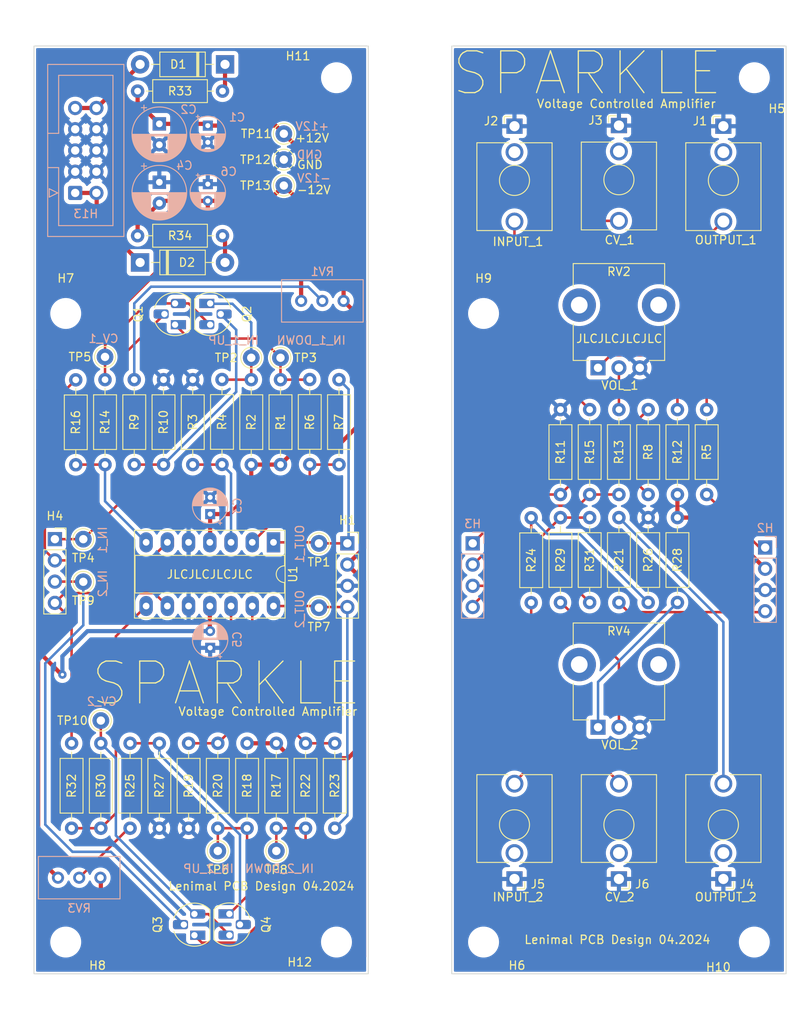
<source format=kicad_pcb>
(kicad_pcb (version 20240108) (generator "pcbnew") (generator_version "8.0")
  (layers (0 "F.Cu" signal) (31 "B.Cu" signal) (34 "B.Paste" user) (35 "F.Paste" user) (36 "B.SilkS" user "B.Silkscreen") (37 "F.SilkS" user "F.Silkscreen") (38 "B.Mask" user) (39 "F.Mask" user) (44 "Edge.Cuts" user))
  (net 0 "")
  (net 1 "+12V")
  (net 2 "GNDREF")
  (net 3 "-12V")
  (net 4 "Net-(H1A-Pin_1)")
  (net 5 "Net-(H1D-Pin_4)")
  (net 6 "Net-(H2A-Pin_1)")
  (net 7 "Net-(H2D-Pin_4)")
  (net 8 "Net-(U1D--)")
  (net 9 "Net-(H3B-Pin_2)")
  (net 10 "Net-(H3D-Pin_4)")
  (net 11 "Net-(H3C-Pin_3)")
  (net 12 "Net-(H3A-Pin_1)")
  (net 13 "Net-(J2-PadT)")
  (net 14 "Net-(J3-PadT)")
  (net 15 "Net-(J4-PadT)")
  (net 17 "Net-(J5-PadT)")
  (net 19 "Net-(J6-PadT)")
  (net 21 "Net-(J1-PadT)")
  (net 23 "Net-(Q1-C)")
  (net 24 "Net-(Q1-E)")
  (net 25 "Net-(Q2-B)")
  (net 26 "Net-(Q3-E)")
  (net 27 "Net-(Q3-C)")
  (net 28 "Net-(Q2-C)")
  (net 29 "Net-(Q4-B)")
  (net 30 "Net-(Q4-C)")
  (net 31 "Net-(R9-Pad2)")
  (net 32 "Net-(R12-Pad1)")
  (net 33 "Net-(U1A--)")
  (net 34 "Net-(U1A-+)")
  (net 35 "Net-(R13-Pad1)")
  (net 36 "Net-(R14-Pad1)")
  (net 37 "Net-(R25-Pad2)")
  (net 38 "Net-(R28-Pad1)")
  (net 39 "Net-(R29-Pad1)")
  (net 41 "Net-(R30-Pad1)")
  (net 43 "Net-(H4B-Pin_2)")
  (net 44 "Net-(H4D-Pin_4)")
  (net 45 "Net-(D1-K)")
  (net 46 "Net-(D1-A)")
  (net 47 "Net-(D2-K)")
  (net 48 "Net-(D2-A)")
  (net 49 "Net-(U1D-+)")
  (net 50 "Net-(H4A-Pin_1)")
  (net 51 "Net-(H4C-Pin_3)")
  (footprint "Synth:R_Default (DIN0207)" (layer "F.Cu") (at 113 93.5 -90)
    (property "Reference" "R11")
    (property "Value" "100")
  )
  (footprint "MountingHole:MountingHole_3.2mm_M3" (layer "F.Cu") (at 136.2 53.8)
    (property "Reference" "H5")
    (property "Value" "MountingHole")
  )
  (footprint "Synth:R_Default (DIN0207)" (layer "F.Cu") (at 58.5 100.08 90)
    (property "Reference" "R14")
    (property "Value" "10K")
  )
  (footprint "Synth:R_Default (DIN0207)" (layer "F.Cu") (at 86 143.58 90)
    (property "Reference" "R23")
    (property "Value" "100K 1%")
  )
  (footprint "Synth:Jack_3.5mm_QingPu_WQP-PJ398SM_Vertical_CircularHoles" (layer "F.Cu") (at 120 143.17 180)
    (property "Reference" "J6")
    (property "Value" "CV_2")
  )
  (footprint "Synth:R_Default (DIN0207)" (layer "F.Cu") (at 76 89.92 -90)
    (property "Reference" "R2")
    (property "Value" "20K 1%")
  )
  (footprint "Synth:R_Default (DIN0207)" (layer "F.Cu") (at 79.5 89.92 -90)
    (property "Reference" "R1")
    (property "Value" "20K 1%")
  )
  (footprint "Synth:R_Default (DIN0207)" (layer "F.Cu") (at 72.5 89.9 -90)
    (property "Reference" "R4")
    (property "Value" "10K 1%")
  )
  (footprint "Synth:R_Default (DIN0207)" (layer "F.Cu") (at 79 143.58 90)
    (property "Reference" "R17")
    (property "Value" "20K 1%")
  )
  (footprint "Synth:Jack_3.5mm_QingPu_WQP-PJ398SM_Vertical_CircularHoles" (layer "F.Cu") (at 120 66)
    (property "Reference" "J3")
    (property "Value" "CV_1")
  )
  (footprint "Synth:R_Default (DIN0207)" (layer "F.Cu") (at 113 116.58 90)
    (property "Reference" "R29")
    (property "Value" "100K")
  )
  (footprint "Synth:R_Default (DIN0207)" (layer "F.Cu") (at 123.5 106.42 -90)
    (property "Reference" "R26")
    (property "Value" "100")
  )
  (footprint "Synth:R_Default (DIN0207)" (layer "F.Cu") (at 72 143.58 90)
    (property "Reference" "R20")
    (property "Value" "10K 1%")
  )
  (footprint "Synth:R_Default (DIN0207)" (layer "F.Cu") (at 65.5 89.92 -90)
    (property "Reference" "R10")
    (property "Value" "100")
  )
  (footprint "Synth:R_Default (DIN0207)" (layer "F.Cu") (at 109.5 116.6 90)
    (property "Reference" "R24")
    (property "Value" "100K")
  )
  (footprint "MountingHole:MountingHole_3.2mm_M3" (layer "F.Cu") (at 136.2 157.2)
    (property "Reference" "H10")
    (property "Value" "MountingHole")
  )
  (footprint "Synth:PinSocket_1x04_P2.54mm_Vertical" (layer "F.Cu") (at 87.5 109.5)
    (property "Reference" "H1")
    (property "Value" "BTM_4_SGL_2")
  )
  (footprint "Synth:R_Default (DIN0207)" (layer "F.Cu") (at 68.5 143.58 90)
    (property "Reference" "R19")
    (property "Value" "100K 1%")
  )
  (footprint "Synth:R_Default (DIN0207)" (layer "F.Cu") (at 82.5 143.58 90)
    (property "Reference" "R22")
    (property "Value" "10K 1%")
  )
  (footprint "Synth:R_Default (DIN0207)" (layer "F.Cu") (at 55 100.1 90)
    (property "Reference" "R16")
    (property "Value" "82K")
  )
  (footprint "Connector_Pin:Pin_D1.0mm_L10.0mm" (layer "F.Cu") (at 79.5 87.3)
    (property "Reference" "TP3")
    (property "Value" "IN_1_DOWN")
  )
  (footprint "Synth:R_Default (DIN0207)" (layer "F.Cu") (at 61.5 133.42 -90)
    (property "Reference" "R25")
    (property "Value" "100K")
  )
  (footprint "Connector_Pin:Pin_D1.0mm_L10.0mm" (layer "F.Cu") (at 58 130.7)
    (property "Reference" "TP10")
    (property "Value" "CV_2")
  )
  (footprint "Synth:R_Default (DIN0207)" (layer "F.Cu") (at 130.5 103.66 90)
    (property "Reference" "R5")
    (property "Value" "1K")
  )
  (footprint "Synth:R_Default (DIN0207)" (layer "F.Cu") (at 62 100.08 90)
    (property "Reference" "R9")
    (property "Value" "100K")
  )
  (footprint "MountingHole:MountingHole_3.2mm_M3" (layer "F.Cu") (at 86.2 53.8)
    (property "Reference" "H11")
    (property "Value" "MountingHole")
  )
  (footprint "Synth:PinSocket_1x04_P2.54mm_Vertical" (layer "F.Cu") (at 52.5 109)
    (property "Reference" "H4")
    (property "Value" "BTM_4_SGL_1")
  )
  (footprint "Synth:Jack_3.5mm_QingPu_WQP-PJ398SM_Vertical_CircularHoles" (layer "F.Cu") (at 132.5 66.08)
    (property "Reference" "J1")
    (property "Value" "OUT_1")
  )
  (footprint "Synth:R_Default (DIN0207)" (layer "F.Cu") (at 69 89.92 -90)
    (property "Reference" "R3")
    (property "Value" "100K 1%")
  )
  (footprint "Connector_Pin:Pin_D1.0mm_L10.0mm" (layer "F.Cu") (at 55.9 109)
    (property "Reference" "TP4")
    (property "Value" "IN_1")
  )
  (footprint "Synth:R_Default (DIN0207)" (layer "F.Cu") (at 116.5 116.58 90)
    (property "Reference" "R31")
    (property "Value" "100K")
  )
  (footprint "Synth:D_DO-41_SOD81_P10.16mm_Horizontal" (layer "F.Cu") (at 62.7 75.9)
    (property "Reference" "D2")
    (property "Value" "1N5819")
  )
  (footprint "Package_TO_SOT_THT:TO-92_HandSolder" (layer "F.Cu") (at 71.08 80.8 -90)
    (property "Reference" "Q2")
    (property "Value" "BC548")
  )
  (footprint "Connector_Pin:Pin_D1.0mm_L10.0mm" (layer "F.Cu") (at 55.9 114.1)
    (property "Reference" "TP9")
    (property "Value" "IN_2")
  )
  (footprint "Synth:R_Default (DIN0207)" (layer "F.Cu") (at 65 143.58 90)
    (property "Reference" "R27")
    (property "Value" "100")
  )
  (footprint "Synth:R_Default (DIN0207)" (layer "F.Cu") (at 120 93.5 -90)
    (property "Reference" "R13")
    (property "Value" "100K")
  )
  (footprint "Connector_Pin:Pin_D1.0mm_L10.0mm" (layer "F.Cu") (at 84.1 109.5)
    (property "Reference" "TP1")
    (property "Value" "OUT_1")
  )
  (footprint "Synth:Jack_3.5mm_QingPu_WQP-PJ398SM_Vertical_CircularHoles" (layer "F.Cu") (at 107.5 143.17 180)
    (property "Reference" "J5")
    (property "Value" "IN_2")
  )
  (footprint "Synth:R_Default (DIN0207)" (layer "F.Cu") (at 127 116.58 90)
    (property "Reference" "R28")
    (property "Value" "20K")
  )
  (footprint "Connector_Pin:Pin_D1.0mm_L10.0mm" (layer "F.Cu") (at 72 146.3)
    (property "Reference" "TP6")
    (property "Value" "IN_2_UP")
  )
  (footprint "Synth:R_Default (DIN0207)" (layer "F.Cu") (at 54.5 133.42 -90)
    (property "Reference" "R32")
    (property "Value" "82K")
  )
  (footprint "Synth:R_Default (DIN0207)" (layer "F.Cu") (at 120 116.58 90)
    (property "Reference" "R21")
    (property "Value" "1K")
  )
  (footprint "MountingHole:MountingHole_3.2mm_M3" (layer "F.Cu") (at 86.2 157.2)
    (property "Reference" "H12")
    (property "Value" "MountingHole")
  )
  (footprint "MountingHole:MountingHole_3.2mm_M3" (layer "F.Cu") (at 53.8 82)
    (property "Reference" "H7")
    (property "Value" "MountingHole")
  )
  (footprint "Connector_Pin:Pin_D1.0mm_L10.0mm" (layer "F.Cu") (at 79.9 66.7)
    (property "Reference" "TP13")
    (property "Value" "-12V")
  )
  (footprint "Synth:R_Default (DIN0207)" (layer "F.Cu") (at 86.5 89.92 -90)
    (property "Reference" "R7")
    (property "Value" "100K 1%")
  )
  (footprint "Synth:R_Default (DIN0207)" (layer "F.Cu") (at 72.56 55.4 180)
    (property "Reference" "R33")
    (property "Value" "10")
  )
  (footprint "MountingHole:MountingHole_3.2mm_M3" (layer "F.Cu") (at 103.8 157.2)
    (property "Reference" "H6")
    (property "Value" "MountingHole")
  )
  (footprint "Connector_Pin:Pin_D1.0mm_L10.0mm" (layer "F.Cu") (at 79.9 63.6)
    (property "Reference" "TP12")
    (property "Value" "GND")
  )
  (footprint "Synth:R_Default (DIN0207)" (layer "F.Cu") (at 127 93.5 -90)
    (property "Reference" "R12")
    (property "Value" "20K")
  )
  (footprint "Synth:R_Default (DIN0207)" (layer "F.Cu") (at 72.56 72.7 180)
    (property "Reference" "R34")
    (property "Value" "10")
  )
  (footprint "Synth:D_DO-41_SOD81_P10.16mm_Horizontal" (layer "F.Cu") (at 72.86 52.2 180)
    (property "Reference" "D1")
    (property "Value" "1N5819")
  )
  (footprint "Synth:Potentiometer_TT_P0915N" (layer "F.Cu") (at 120 81)
    (property "Reference" "RV2")
    (property "Value" "100K")
  )
  (footprint "Synth:Jack_3.5mm_QingPu_WQP-PJ398SM_Vertical_CircularHoles" (layer "F.Cu") (at 132.5 143.17 180)
    (property "Reference" "J4")
    (property "Value" "OUT_2")
  )
  (footprint "Connector_Pin:Pin_D1.0mm_L10.0mm" (layer "F.Cu") (at 84.1 117.2)
    (property "Reference" "TP7")
    (property "Value" "OUT_2")
  )
  (footprint "Synth:R_Default (DIN0207)" (layer "F.Cu") (at 83 89.9 -90)
    (property "Reference" "R6")
    (property "Value" "10K 1%")
  )
  (footprint "Synth:Potentiometer_TT_P0915N" (layer "F.Cu") (at 120 124)
    (property "Reference" "RV4")
    (property "Value" "100K")
  )
  (footprint "Package_TO_SOT_THT:TO-92_HandSolder" (layer "F.Cu") (at 66.88 83.34 90)
    (property "Reference" "Q1")
    (property "Value" "BC548")
  )
  (footprint "Package_TO_SOT_THT:TO-92_HandSolder" (layer "F.Cu") (at 69.2 156.38 90)
    (property "Reference" "Q3")
    (property "Value" "BC548")
  )
  (footprint "Connector_Pin:Pin_D1.0mm_L10.0mm" (layer "F.Cu") (at 76 87.3)
    (property "Reference" "TP2")
    (property "Value" "IN_1_UP")
  )
  (footprint "Connector_Pin:Pin_D1.0mm_L10.0mm" (layer "F.Cu") (at 79.9 60.5)
    (property "Reference" "TP11")
    (property "Value" "+12V")
  )
  (footprint "Synth:R_Default (DIN0207)" (layer "F.Cu") (at 116.5 93.5 -90)
    (property "Reference" "R15")
    (property "Value" "100K")
  )
  (footprint "MountingHole:MountingHole_3.2mm_M3" (layer "F.Cu") (at 53.8 157.2)
    (property "Reference" "H8")
    (property "Value" "MountingHole")
  )
  (footprint "Synth:R_Default (DIN0207)" (layer "F.Cu") (at 58 143.58 90)
    (property "Reference" "R30")
    (property "Value" "10K")
  )
  (footprint "MountingHole:MountingHole_3.2mm_M3" (layer "F.Cu") (at 103.8 82)
    (property "Reference" "H9")
    (property "Value" "MountingHole")
  )
  (footprint "Connector_Pin:Pin_D1.0mm_L10.0mm" (layer "F.Cu") (at 79 146.3)
    (property "Reference" "TP8")
    (property "Value" "IN_2_DOWN")
  )
  (footprint "Synth:R_Default (DIN0207)" (layer "F.Cu") (at 123.5 93.5 -90)
    (property "Reference" "R8")
    (property "Value" "100K")
  )
  (footprint "Package_DIP:DIP-14_W7.62mm_Socket_LongPads" (layer "F.Cu") (at 78.66 109.38 -90)
    (property "Reference" "U1")
    (property "Value" "TL074")
  )
  (footprint "Package_TO_SOT_THT:TO-92_HandSolder" (layer "F.Cu") (at 73.38 153.83 -90)
    (property "Reference" "Q4")
    (property "Value" "BC548")
  )
  (footprint "Synth:Jack_3.5mm_QingPu_WQP-PJ398SM_Vertical_CircularHoles" (layer "F.Cu") (at 107.5 66.08)
    (property "Reference" "J2")
    (property "Value" "IN_1")
  )
  (footprint "Connector_Pin:Pin_D1.0mm_L10.0mm" (layer "F.Cu") (at 58.5 87.2)
    (property "Reference" "TP5")
    (property "Value" "CV_1")
  )
  (footprint "Synth:R_Default (DIN0207)" (layer "F.Cu") (at 75.5 143.58 90)
    (property "Reference" "R18")
    (property "Value" "20K 1%")
  )
  (footprint "Synth:IDC-Header_2x05_P2.54mm_Vertical" (layer "B.Cu") (at 54.93 67.58)
    (property "Reference" "H13")
    (property "Value" "Conn_02x05_PWR_Eurorack")
  )
  (footprint "Capacitor_THT:CP_Radial_D4.0mm_P2.00mm" (layer "B.Cu") (at 71.08 122 90)
    (property "Reference" "C5")
    (property "Value" "0.1uF")
  )
  (footprint "Synth:PinHeader_1x04_P2.54mm_Vertical" (layer "B.Cu") (at 102.5 109.5 180)
    (property "Reference" "H3")
    (property "Value" "TOP_4_SGL_1")
  )
  (footprint "Synth:PinHeader_1x04_P2.54mm_Vertical" (layer "B.Cu") (at 137.5 110 180)
    (property "Reference" "H2")
    (property "Value" "TOP_4_SGL_2")
  )
  (footprint "Potentiometer_THT:Potentiometer_Bourns_3296W_Vertical" (layer "B.Cu") (at 57.95 149.5)
    (property "Reference" "RV3")
    (property "Value" "100K")
  )
  (footprint "Capacitor_THT:CP_Radial_D4.0mm_P2.00mm" (layer "B.Cu") (at 70.8 59.527401 -90)
    (property "Reference" "C1")
    (property "Value" "0.1uF")
  )
  (footprint "Capacitor_THT:CP_Radial_D4.0mm_P2.00mm" (layer "B.Cu") (at 70.8 66.527401 -90)
    (property "Reference" "C6")
    (property "Value" "0.1uF")
  )
  (footprint "Capacitor_THT:CP_Radial_D4.0mm_P2.00mm" (layer "B.Cu") (at 71.08 106 90)
    (property "Reference" "C3")
    (property "Value" "0.1uF")
  )
  (footprint "Capacitor_THT:CP_Radial_D6.3mm_P2.50mm" (layer "B.Cu") (at 65 66.3 -90)
    (property "Reference" "C4")
    (property "Value" "47uF")
  )
  (footprint "Capacitor_THT:CP_Radial_D6.3mm_P2.50mm" (layer "B.Cu") (at 65 59.317621 -90)
    (property "Reference" "C2")
    (property "Value" "47uF")
  )
  (footprint "Potentiometer_THT:Potentiometer_Bourns_3296W_Vertical" (layer "B.Cu") (at 87.05 80.5)
    (property "Reference" "RV1")
    (property "Value" "100K")
  )
  (gr_rect (start 100 50) (end 140 161) (stroke (width 0.1)) (fill none) (layer "Edge.Cuts"))
  (gr_rect (start 50 50) (end 90 161) (stroke (width 0.1)) (fill none) (layer "Edge.Cuts"))
  (gr_text "IN_2_UP" (at 74 149 0) (layer "B.SilkS") (effects (font (size 1 1)) (justify left bottom mirror)))
  (gr_text "IN_1_UP" (at 77 85.8 0) (layer "B.SilkS") (effects (font (size 1 1)) (justify left bottom mirror)))
  (gr_text "-12V" (at 85.6 66.4 0) (layer "B.SilkS") (effects (font (size 1 1)) (justify left bottom mirror)))
  (gr_text "IN_2_DOWN" (at 83.6 149 0) (layer "B.SilkS") (effects (font (size 1 1)) (justify left bottom mirror)))
  (gr_text "CV_2" (at 60 129 0) (layer "B.SilkS") (effects (font (size 1 1)) (justify left bottom mirror)))
  (gr_text "IN_1" (at 58.8 107.4 90) (layer "B.SilkS") (effects (font (size 1 1)) (justify left bottom mirror)))
  (gr_text "OUT_2" (at 82.4 115 90) (layer "B.SilkS") (effects (font (size 1 1)) (justify left bottom mirror)))
  (gr_text "+12V" (at 85.4 60.2 0) (layer "B.SilkS") (effects (font (size 1 1)) (justify left bottom mirror)))
  (gr_text "OUT_1" (at 82.4 107.2 90) (layer "B.SilkS") (effects (font (size 1 1)) (justify left bottom mirror)))
  (gr_text "GND" (at 84.6 63.6 0) (layer "B.SilkS") (effects (font (size 1 1)) (justify left bottom mirror)))
  (gr_text "IN_1_DOWN" (at 87.4 85.8 0) (layer "B.SilkS") (effects (font (size 1 1)) (justify left bottom mirror)))
  (gr_text "IN_2" (at 58.8 112.6 90) (layer "B.SilkS") (effects (font (size 1 1)) (justify left bottom mirror)))
  (gr_text "CV_1" (at 60.2 85.6 0) (layer "B.SilkS") (effects (font (size 1 1)) (justify left bottom mirror)))
  (gr_text "Voltage Controlled Amplifier" (at 110.1 57.5 0) (layer "F.SilkS") (effects (font (size 1 1)) (justify left bottom)))
  (gr_text "INPUT_2" (at 104.8 152.4 0) (layer "F.SilkS") (effects (font (size 1 1)) (justify left bottom)))
  (gr_text "SPARKLE" (at 99.8 56.2 0) (layer "F.SilkS") (effects (font (size 5 5)) (justify left bottom)))
  (gr_text "GND" (at 81.4 64.8 0) (layer "F.SilkS") (effects (font (size 1 1)) (justify left bottom)))
  (gr_text "JLCJLCJLCJLC" (at 65.8 113.8 0) (layer "F.SilkS") (effects (font (size 1 1)) (justify left bottom)))
  (gr_text "Lenimal PCB Design 04.2024" (at 108.6 157.5 0) (layer "F.SilkS") (effects (font (size 1 1)) (justify left bottom)))
  (gr_text "CV_2" (at 118.2 152.4 0) (layer "F.SilkS") (effects (font (size 1 1)) (justify left bottom)))
  (gr_text "Voltage Controlled Amplifier" (at 67.2 130.2 0) (layer "F.SilkS") (effects (font (size 1 1)) (justify left bottom)))
  (gr_text "OUTPUT_2" (at 129 152.4 0) (layer "F.SilkS") (effects (font (size 1 1)) (justify left bottom)))
  (gr_text "-12V" (at 81.4 67.8 0) (layer "F.SilkS") (effects (font (size 1 1)) (justify left bottom)))
  (gr_text "VOL_1" (at 117.8 91.2 0) (layer "F.SilkS") (effects (font (size 1 1)) (justify left bottom)))
  (gr_text "INPUT_1" (at 104.8 74 0) (layer "F.SilkS") (effects (font (size 1 1)) (justify left bottom)))
  (gr_text "VOL_2" (at 117.8 134.2 0) (layer "F.SilkS") (effects (font (size 1 1)) (justify left bottom)))
  (gr_text "CV_1" (at 118.2 73.8 0) (layer "F.SilkS") (effects (font (size 1 1)) (justify left bottom)))
  (gr_text "Lenimal PCB Design 04.2024" (at 66 151.1 0) (layer "F.SilkS") (effects (font (size 1 1)) (justify left bottom)))
  (gr_text "SPARKLE" (at 56.6 129.2 0) (layer "F.SilkS") (effects (font (size 5 5)) (justify left bottom)))
  (gr_text "JLCJLCJLCJLC" (at 114.8 85.6 0) (layer "F.SilkS") (effects (font (size 1 1)) (justify left bottom)))
  (gr_text "+12V" (at 81.2 61.6 0) (layer "F.SilkS") (effects (font (size 1 1)) (justify left bottom)))
  (gr_text "OUTPUT_1" (at 129 73.8 0) (layer "F.SilkS") (effects (font (size 1 1)) (justify left bottom)))
  (segment (start 58 156.6) (end 61.9 160.5) (width 0.5) (layer "F.Cu") (net 1))
  (segment (start 79.5 100.08) (end 81.98 97.6) (width 0.5) (layer "F.Cu") (net 1))
  (segment (start 87.05 80.5) (end 89.5 82.95) (width 0.5) (layer "F.Cu") (net 1))
  (segment (start 87.6 135.2) (end 89.5 133.3) (width 0.5) (layer "F.Cu") (net 1))
  (segment (start 65 59.317621) (end 70.59022 59.317621) (width 0.5) (layer "F.Cu") (net 1))
  (segment (start 71.08 106) (end 73.4 106) (width 0.5) (layer "F.Cu") (net 1))
  (segment (start 127 106.42) (end 131.38 106.42) (width 0.5) (layer "F.Cu") (net 1))
  (segment (start 80.78 135.2) (end 87.6 135.2) (width 0.5) (layer "F.Cu") (net 1))
  (segment (start 87.9 160.5) (end 89.5 158.9) (width 0.5) (layer "F.Cu") (net 1))
  (segment (start 89.5 158.9) (end 89.5 114.04) (width 0.5) (layer "F.Cu") (net 1))
  (segment (start 86.6 97.6) (end 89.5 94.7) (width 0.5) (layer "F.Cu") (net 1))
  (segment (start 81.98 97.6) (end 86.6 97.6) (width 0.5) (layer "F.Cu") (net 1))
  (segment (start 76 103.4) (end 76 100.08) (width 0.5) (layer "F.Cu") (net 1))
  (segment (start 89.5 94.7) (end 89.5 110.04) (width 0.5) (layer "F.Cu") (net 1))
  (segment (start 57.95 149.5) (end 58 149.55) (width 0.5) (layer "F.Cu") (net 1))
  (segment (start 89.5 82.95) (end 89.5 94.7) (width 0.5) (layer "F.Cu") (net 1))
  (segment (start 61.9 160.5) (end 87.9 160.5) (width 0.5) (layer "F.Cu") (net 1))
  (segment (start 79.9 60.5) (end 87.05 67.65) (width 0.5) (layer "F.Cu") (net 1))
  (segment (start 76 100.08) (end 79.5 100.08) (width 0.5) (layer "F.Cu") (net 1))
  (segment (start 58 149.55) (end 58 156.6) (width 0.5) (layer "F.Cu") (net 1))
  (segment (start 89.5 114.04) (end 87.5 112.04) (width 0.5) (layer "F.Cu") (net 1))
  (segment (start 127 103.66) (end 127 105.92) (width 0.5) (layer "F.Cu") (net 1))
  (segment (start 75.5 133.42) (end 79 133.42) (width 0.5) (layer "F.Cu") (net 1))
  (segment (start 87.05 67.65) (end 87.05 80.5) (width 0.5) (layer "F.Cu") (net 1))
  (segment (start 73.4 106) (end 76 103.4) (width 0.5) (layer "F.Cu") (net 1))
  (segment (start 70.59022 59.317621) (end 70.8 59.527401) (width 0.5) (layer "F.Cu") (net 1))
  (segment (start 78.927401 59.527401) (end 79.9 60.5) (width 0.5) (layer "F.Cu") (net 1))
  (segment (start 79 133.42) (end 80.78 135.2) (width 0.5) (layer "F.Cu") (net 1))
  (segment (start 70.8 59.527401) (end 78.927401 59.527401) (width 0.5) (layer "F.Cu") (net 1))
  (segment (start 62.4 55.4) (end 62.4 56.717621) (width 0.5) (layer "F.Cu") (net 1))
  (segment (start 89.5 110.04) (end 87.5 112.04) (width 0.5) (layer "F.Cu") (net 1))
  (segment (start 71.08 106) (end 71.08 109.34) (width 0.5) (layer "F.Cu") (net 1))
  (segment (start 71.08 109.34) (end 71.04 109.38) (width 0.5) (layer "F.Cu") (net 1))
  (segment (start 62.4 56.717621) (end 65 59.317621) (width 0.5) (layer "F.Cu") (net 1))
  (segment (start 131.38 106.42) (end 137.5 112.54) (width 0.5) (layer "F.Cu") (net 1))
  (segment (start 79.9 66.7) (end 81.97 68.77) (width 0.5) (layer "F.Cu") (net 3))
  (segment (start 50.5 91.2) (end 70.8 70.9) (width 0.5) (layer "F.Cu") (net 3))
  (segment (start 62.4 72.7) (end 62.4 71.4) (width 0.5) (layer "F.Cu") (net 3))
  (segment (start 62.4 71.4) (end 65 68.8) (width 0.5) (layer "F.Cu") (net 3))
  (segment (start 50.5 147.13) (end 50.5 122.4) (width 0.5) (layer "F.Cu") (net 3))
  (segment (start 53.4 125.2) (end 53.3 125.2) (width 0.5) (layer "F.Cu") (net 3))
  (segment (start 71.04 117) (end 71.04 119.96) (width 0.5) (layer "F.Cu") (net 3))
  (segment (start 71.04 119.96) (end 71.08 120) (width 0.5) (layer "F.Cu") (net 3))
  (segment (start 52.87 149.5) (end 50.5 147.13) (width 0.5) (layer "F.Cu") (net 3))
  (segment (start 53.3 125.2) (end 50.5 122.4) (width 0.5) (layer "F.Cu") (net 3))
  (segment (start 65.272599 68.527401) (end 65 68.8) (width 0.5) (layer "F.Cu") (net 3))
  (segment (start 70.8 68.527401) (end 65.272599 68.527401) (width 0.5) (layer "F.Cu") (net 3))
  (segment (start 81.97 68.77) (end 81.97 80.5) (width 0.5) (layer "F.Cu") (net 3))
  (segment (start 70.8 70.9) (end 70.8 68.527401) (width 0.5) (layer "F.Cu") (net 3))
  (segment (start 50.5 122.4) (end 50.5 91.2) (width 0.5) (layer "F.Cu") (net 3))
  (segment (start 78.072599 68.527401) (end 79.9 66.7) (width 0.5) (layer "F.Cu") (net 3))
  (segment (start 70.8 68.527401) (end 78.072599 68.527401) (width 0.5) (layer "F.Cu") (net 3))
  (via (at 53.4 125.2) (size 1) (drill 0.4) (layers "F.Cu" "B.Cu") (net 3))
  (segment (start 53.4 125.2) (end 53.4 123) (width 0.5) (layer "B.Cu") (net 3))
  (segment (start 53.4 123) (end 56.4 120) (width 0.5) (layer "B.Cu") (net 3))
  (segment (start 56.4 120) (end 71.08 120) (width 0.5) (layer "B.Cu") (net 3))
  (segment (start 78.66 109.38) (end 83.98 109.38) (width 0.3) (layer "F.Cu") (net 4))
  (segment (start 84.1 109.5) (end 87.5 109.5) (width 0.3) (layer "F.Cu") (net 4))
  (segment (start 83.98 109.38) (end 84.1 109.5) (width 0.3) (layer "F.Cu") (net 4))
  (segment (start 86.5 89.92) (end 87.65 91.07) (width 0.3) (layer "B.Cu") (net 4))
  (segment (start 87.65 91.07) (end 87.65 109.35) (width 0.3) (layer "B.Cu") (net 4))
  (segment (start 87.65 109.35) (end 87.5 109.5) (width 0.3) (layer "B.Cu") (net 4))
  (segment (start 87.5 117.12) (end 84.18 117.12) (width 0.3) (layer "F.Cu") (net 5))
  (segment (start 78.66 117) (end 83.9 117) (width 0.3) (layer "F.Cu") (net 5))
  (segment (start 84.18 117.12) (end 84.1 117.2) (width 0.3) (layer "F.Cu") (net 5))
  (segment (start 83.9 117) (end 84.1 117.2) (width 0.3) (layer "F.Cu") (net 5))
  (segment (start 87.5 117.12) (end 87.5 142.08) (width 0.3) (layer "B.Cu") (net 5))
  (segment (start 87.5 142.08) (end 86 143.58) (width 0.3) (layer "B.Cu") (net 5))
  (segment (start 130.5 103.66) (end 136.84 110) (width 0.3) (layer "F.Cu") (net 6))
  (segment (start 136.84 110) (end 137.5 110) (width 0.3) (layer "F.Cu") (net 6))
  (segment (start 121.15 117.73) (end 137.39 117.73) (width 0.3) (layer "F.Cu") (net 7))
  (segment (start 120 116.58) (end 121.15 117.73) (width 0.3) (layer "F.Cu") (net 7))
  (segment (start 137.39 117.73) (end 137.5 117.62) (width 0.3) (layer "F.Cu") (net 7))
  (segment (start 86 133.42) (end 82.5 133.42) (width 0.3) (layer "F.Cu") (net 8))
  (segment (start 76.12 117) (end 76.12 127.04) (width 0.3) (layer "F.Cu") (net 8))
  (segment (start 76.12 127.04) (end 82.5 133.42) (width 0.3) (layer "F.Cu") (net 8))
  (segment (start 102.56 112.04) (end 102.5 112.04) (width 0.3) (layer "F.Cu") (net 9))
  (segment (start 104.5 110.1) (end 102.56 112.04) (width 0.3) (layer "F.Cu") (net 9))
  (segment (start 104.5 108.207106) (end 104.5 110.1) (width 0.3) (layer "F.Cu") (net 9))
  (segment (start 116.5 103.66) (end 120 103.66) (width 0.3) (layer "F.Cu") (net 9))
  (segment (start 107.707106 105) (end 104.5 108.207106) (width 0.3) (layer "F.Cu") (net 9))
  (segment (start 115.16 105) (end 107.707106 105) (width 0.3) (layer "F.Cu") (net 9))
  (segment (start 116.5 103.66) (end 115.16 105) (width 0.3) (layer "F.Cu") (net 9))
  (segment (start 113 106.42) (end 116.5 106.42) (width 0.3) (layer "F.Cu") (net 10))
  (segment (start 113 106.42) (end 102.5 116.92) (width 0.3) (layer "F.Cu") (net 10))
  (segment (start 102.5 116.92) (end 102.5 117.12) (width 0.3) (layer "F.Cu") (net 10))
  (segment (start 104.132894 114.58) (end 102.5 114.58) (width 0.3) (layer "F.Cu") (net 11))
  (segment (start 109.5 109.212894) (end 104.132894 114.58) (width 0.3) (layer "F.Cu") (net 11))
  (segment (start 109.5 106.44) (end 109.5 109.212894) (width 0.3) (layer "F.Cu") (net 11))
  (segment (start 111.46 108.4) (end 109.5 106.44) (width 0.3) (layer "B.Cu") (net 11))
  (segment (start 123.5 116.58) (end 115.32 108.4) (width 0.3) (layer "B.Cu") (net 11))
  (segment (start 115.32 108.4) (end 111.46 108.4) (width 0.3) (layer "B.Cu") (net 11))
  (segment (start 108.34 103.66) (end 102.5 109.5) (width 0.3) (layer "F.Cu") (net 12))
  (segment (start 123.5 103.66) (end 121.84 102) (width 0.3) (layer "F.Cu") (net 12))
  (segment (start 113 103.66) (end 108.34 103.66) (width 0.3) (layer "F.Cu") (net 12))
  (segment (start 121.84 102) (end 114.66 102) (width 0.3) (layer "F.Cu") (net 12))
  (segment (start 114.66 102) (end 113 103.66) (width 0.3) (layer "F.Cu") (net 12))
  (segment (start 107.5 94) (end 107.5 70.92) (width 0.3) (layer "F.Cu") (net 13))
  (segment (start 109 95.5) (end 107.5 94) (width 0.3) (layer "F.Cu") (net 13))
  (segment (start 121.5 95.5) (end 109 95.5) (width 0.3) (layer "F.Cu") (net 13))
  (segment (start 123.5 93.5) (end 121.5 95.5) (width 0.3) (layer "F.Cu") (net 13))
  (segment (start 120 70.92) (end 117.58 70.92) (width 0.3) (layer "F.Cu") (net 14))
  (segment (start 117.58 70.92) (end 112.5 76) (width 0.3) (layer "F.Cu") (net 14))
  (segment (start 112.5 89.5) (end 116.5 93.5) (width 0.3) (layer "F.Cu") (net 14))
  (segment (start 112.5 76) (end 112.5 89.5) (width 0.3) (layer "F.Cu") (net 14))
  (segment (start 132.5 118.92) (end 120 106.42) (width 0.3) (layer "B.Cu") (net 15))
  (segment (start 132.5 138.08) (end 132.5 118.92) (width 0.3) (layer "B.Cu") (net 15))
  (segment (start 109.5 116.6) (end 109.5 136.08) (width 0.3) (layer "F.Cu") (net 17))
  (segment (start 109.5 136.08) (end 107.5 138.08) (width 0.3) (layer "F.Cu") (net 17))
  (segment (start 111 116) (end 112 115) (width 0.3) (layer "F.Cu") (net 19))
  (segment (start 111 129.08) (end 111 116) (width 0.3) (layer "F.Cu") (net 19))
  (segment (start 112 115) (end 114.92 115) (width 0.3) (layer "F.Cu") (net 19))
  (segment (start 114.92 115) (end 116.5 116.58) (width 0.3) (layer "F.Cu") (net 19))
  (segment (start 120 138.08) (end 111 129.08) (width 0.3) (layer "F.Cu") (net 19))
  (segment (start 130.5 93.5) (end 130.5 72.92) (width 0.3) (layer "F.Cu") (net 21))
  (segment (start 130.5 72.92) (end 132.5 70.92) (width 0.3) (layer "F.Cu") (net 21))
  (segment (start 77.2 85) (end 68.54 85) (width 0.3) (layer "F.Cu") (net 23))
  (segment (start 83 89.92) (end 79.5 89.92) (width 0.3) (layer "F.Cu") (net 23))
  (segment (start 68.54 85) (end 66.88 83.34) (width 0.3) (layer "F.Cu") (net 23))
  (segment (start 79.5 87.3) (end 77.2 85) (width 0.3) (layer "F.Cu") (net 23))
  (segment (start 79.5 89.92) (end 79.5 87.3) (width 0.3) (layer "F.Cu") (net 23))
  (segment (start 58.5 85.785787) (end 63.485787 80.8) (width 0.3) (layer "F.Cu") (net 24))
  (segment (start 58.5 89.92) (end 58.5 87.2) (width 0.3) (layer "F.Cu") (net 24))
  (segment (start 68.5 80.8) (end 71.08 83.38) (width 0.3) (layer "F.Cu") (net 24))
  (segment (start 63.485787 80.8) (end 66.88 80.8) (width 0.3) (layer "F.Cu") (net 24))
  (segment (start 66.88 80.8) (end 68.5 80.8) (width 0.3) (layer "F.Cu") (net 24))
  (segment (start 58.5 87.2) (end 58.5 85.785787) (width 0.3) (layer "F.Cu") (net 24))
  (segment (start 65.5 100.08) (end 62 100.08) (width 0.3) (layer "F.Cu") (net 25))
  (segment (start 72.35 82.11) (end 74.2 83.96) (width 0.3) (layer "B.Cu") (net 25))
  (segment (start 74.2 83.96) (end 74.2 91.38) (width 0.3) (layer "B.Cu") (net 25))
  (segment (start 74.2 91.38) (end 65.5 100.08) (width 0.3) (layer "B.Cu") (net 25))
  (segment (start 69.21 153.86) (end 70.87 153.86) (width 0.3) (layer "F.Cu") (net 26))
  (segment (start 58 133.42) (end 58 130.7) (width 0.3) (layer "F.Cu") (net 26))
  (segment (start 70.87 153.86) (end 73.38 156.37) (width 0.3) (layer "F.Cu") (net 26))
  (segment (start 59.8 135.22) (end 58 133.42) (width 0.3) (layer "B.Cu") (net 26))
  (segment (start 59.8 144.45) (end 59.8 135.22) (width 0.3) (layer "B.Cu") (net 26))
  (segment (start 69.21 153.86) (end 59.8 144.45) (width 0.3) (layer "B.Cu") (net 26))
  (segment (start 79 143.58) (end 82.5 143.58) (width 0.3) (layer "F.Cu") (net 27))
  (segment (start 74.671504 157.27) (end 70.08 157.27) (width 0.3) (layer "F.Cu") (net 27))
  (segment (start 82.5 149.441504) (end 74.671504 157.27) (width 0.3) (layer "F.Cu") (net 27))
  (segment (start 82.5 143.58) (end 82.5 149.441504) (width 0.3) (layer "F.Cu") (net 27))
  (segment (start 70.08 157.27) (end 69.21 156.4) (width 0.3) (layer "F.Cu") (net 27))
  (segment (start 79 143.58) (end 79 146.3) (width 0.3) (layer "F.Cu") (net 27))
  (segment (start 76 87.3) (end 76 89.92) (width 0.3) (layer "F.Cu") (net 28))
  (segment (start 76 89.92) (end 72.5 89.92) (width 0.3) (layer "F.Cu") (net 28))
  (segment (start 76 87.3) (end 76 83.1) (width 0.3) (layer "B.Cu") (net 28))
  (segment (start 76 83.1) (end 73.74 80.84) (width 0.3) (layer "B.Cu") (net 28))
  (segment (start 73.74 80.84) (end 71.08 80.84) (width 0.3) (layer "B.Cu") (net 28))
  (segment (start 61.5 133.42) (end 65 133.42) (width 0.3) (layer "F.Cu") (net 29))
  (segment (start 74.65 144.356346) (end 74.65 155.1) (width 0.3) (layer "B.Cu") (net 29))
  (segment (start 65 133.42) (end 65 134.706346) (width 0.3) (layer "B.Cu") (net 29))
  (segment (start 65 134.706346) (end 74.65 144.356346) (width 0.3) (layer "B.Cu") (net 29))
  (segment (start 75.5 151.71) (end 73.38 153.83) (width 0.3) (layer "F.Cu") (net 30))
  (segment (start 75.5 143.58) (end 75.5 151.71) (width 0.3) (layer "F.Cu") (net 30))
  (segment (start 72 143.58) (end 72 146.3) (width 0.3) (layer "F.Cu") (net 30))
  (segment (start 72 143.58) (end 75.5 143.58) (width 0.3) (layer "F.Cu") (net 30))
  (segment (start 64 78.8) (end 82.81 78.8) (width 0.3) (layer "B.Cu") (net 31))
  (segment (start 62 89.92) (end 62 80.8) (width 0.3) (layer "B.Cu") (net 31))
  (segment (start 82.81 78.8) (end 84.51 80.5) (width 0.3) (layer "B.Cu") (net 31))
  (segment (start 62 80.8) (end 64 78.8) (width 0.3) (layer "B.Cu") (net 31))
  (segment (start 127 89) (end 127 93.5) (width 0.3) (layer "F.Cu") (net 32))
  (segment (start 119 87) (end 125 87) (width 0.3) (layer "F.Cu") (net 32))
  (segment (start 125 87) (end 127 89) (width 0.3) (layer "F.Cu") (net 32))
  (segment (start 117.5 88.5) (end 119 87) (width 0.3) (layer "F.Cu") (net 32))
  (segment (start 83 102.5) (end 76.12 109.38) (width 0.3) (layer "F.Cu") (net 33))
  (segment (start 83 100.08) (end 86.5 100.08) (width 0.3) (layer "F.Cu") (net 33))
  (segment (start 83 100.08) (end 83 102.5) (width 0.3) (layer "F.Cu") (net 33))
  (segment (start 72.5 100.08) (end 69 100.08) (width 0.3) (layer "F.Cu") (net 34))
  (segment (start 73.58 109.38) (end 73.58 101.16) (width 0.3) (layer "B.Cu") (net 34))
  (segment (start 73.58 101.16) (end 72.5 100.08) (width 0.3) (layer "B.Cu") (net 34))
  (segment (start 120 93.5) (end 120 88.5) (width 0.3) (layer "F.Cu") (net 35))
  (segment (start 58.5 100.08) (end 55 100.08) (width 0.3) (layer "F.Cu") (net 36))
  (segment (start 58.5 104.46) (end 63.42 109.38) (width 0.3) (layer "B.Cu") (net 36))
  (segment (start 58.5 100.08) (end 58.5 104.46) (width 0.3) (layer "B.Cu") (net 36))
  (segment (start 55.41 149.5) (end 61.33 143.58) (width 0.3) (layer "F.Cu") (net 37))
  (segment (start 61.33 143.58) (end 61.5 143.58) (width 0.3) (layer "F.Cu") (net 37))
  (segment (start 117.5 126.08) (end 127 116.58) (width 0.3) (layer "B.Cu") (net 38))
  (segment (start 117.5 131.5) (end 117.5 126.08) (width 0.3) (layer "B.Cu") (net 38))
  (segment (start 120 131.5) (end 120 123.5) (width 0.3) (layer "F.Cu") (net 39))
  (segment (start 113.08 116.58) (end 113 116.58) (width 0.3) (layer "F.Cu") (net 39))
  (segment (start 120 123.5) (end 113.08 116.58) (width 0.3) (layer "F.Cu") (net 39))
  (segment (start 59.8 120.62) (end 59.8 141.78) (width 0.3) (layer "F.Cu") (net 41))
  (segment (start 54.5 143.58) (end 58 143.58) (width 0.3) (layer "F.Cu") (net 41))
  (segment (start 59.8 141.78) (end 58 143.58) (width 0.3) (layer "F.Cu") (net 41))
  (segment (start 63.42 117) (end 59.8 120.62) (width 0.3) (layer "F.Cu") (net 41))
  (segment (start 51.3 93.62) (end 51.3 110.34) (width 0.3) (layer "F.Cu") (net 43))
  (segment (start 51.3 110.34) (end 52.5 111.54) (width 0.3) (layer "F.Cu") (net 43))
  (segment (start 63.8 111.54) (end 52.5 111.54) (width 0.3) (layer "F.Cu") (net 43))
  (segment (start 65.96 109.38) (end 63.8 111.54) (width 0.3) (layer "F.Cu") (net 43))
  (segment (start 55 89.92) (end 51.3 93.62) (width 0.3) (layer "F.Cu") (net 43))
  (segment (start 53.67 115.45) (end 52.5 116.62) (width 0.3) (layer "F.Cu") (net 44))
  (segment (start 64.41 115.45) (end 53.67 115.45) (width 0.3) (layer "F.Cu") (net 44))
  (segment (start 65.96 117) (end 64.41 115.45) (width 0.3) (layer "F.Cu") (net 44))
  (segment (start 54.5 118.62) (end 54.5 133.42) (width 0.3) (layer "F.Cu") (net 44))
  (segment (start 52.5 116.62) (end 54.5 118.62) (width 0.3) (layer "F.Cu") (net 44))
  (segment (start 72.86 52.2) (end 72.86 55.1) (width 0.5) (layer "F.Cu") (net 45))
  (segment (start 72.86 55.1) (end 72.56 55.4) (width 0.5) (layer "F.Cu") (net 45))
  (segment (start 57.5 57.42) (end 62.7 52.22) (width 0.5) (layer "F.Cu") (net 46))
  (segment (start 54.96 57.42) (end 57.5 57.42) (width 0.5) (layer "F.Cu") (net 46))
  (segment (start 62.7 52.22) (end 62.7 52.2) (width 0.5) (layer "F.Cu") (net 46))
  (segment (start 54.96 67.58) (end 57.5 67.58) (width 0.5) (layer "F.Cu") (net 47))
  (segment (start 57.5 67.58) (end 57.5 70.7) (width 0.5) (layer "F.Cu") (net 47))
  (segment (start 57.5 70.7) (end 62.7 75.9) (width 0.5) (layer "F.Cu") (net 47))
  (segment (start 72.86 73) (end 72.56 72.7) (width 0.5) (layer "F.Cu") (net 48))
  (segment (start 72.86 75.9) (end 72.86 73) (width 0.5) (layer "F.Cu") (net 48))
  (segment (start 68.5 133.42) (end 72 133.42) (width 0.3) (layer "F.Cu") (net 49))
  (segment (start 73.58 117) (end 73.58 131.84) (width 0.3) (layer "F.Cu") (net 49))
  (segment (start 73.58 131.84) (end 72 133.42) (width 0.3) (layer "F.Cu") (net 49))
  (segment (start 60.2 104.7) (end 60.2 87.48) (width 0.3) (layer "F.Cu") (net 50))
  (segment (start 60.2 87.48) (end 65.61 82.07) (width 0.3) (layer "F.Cu") (net 50))
  (segment (start 55.9 109) (end 60.2 104.7) (width 0.3) (layer "F.Cu") (net 50))
  (segment (start 52.5 109) (end 55.9 109) (width 0.3) (layer "F.Cu") (net 50))
  (segment (start 52.5 114.08) (end 55.88 114.08) (width 0.3) (layer "F.Cu") (net 51))
  (segment (start 55.88 114.08) (end 55.9 114.1) (width 0.3) (layer "F.Cu") (net 51))
  (segment (start 59.21 146.4) (end 67.94 155.13) (width 0.3) (layer "B.Cu") (net 51))
  (segment (start 51.35 143.15) (end 54.6 146.4) (width 0.3) (layer "B.Cu") (net 51))
  (segment (start 51.35 123.847918) (end 51.35 143.15) (width 0.3) (layer "B.Cu") (net 51))
  (segment (start 54.6 146.4) (end 59.21 146.4) (width 0.3) (layer "B.Cu") (net 51))
  (segment (start 55.9 114.1) (end 55.9 119.297918) (width 0.3) (layer "B.Cu") (net 51))
  (segment (start 55.9 119.297918) (end 51.35 123.847918) (width 0.3) (layer "B.Cu") (net 51))
  (zone (net 2) (net_name "GNDREF") (layer "B.Cu") (priority 1) (connect_pads (clearance 0.5)) (min_thickness 0.25) (fill yes (thermal_gap 0.5) (thermal_bridge_width 0.5))
    (polygon (pts (xy 48.5 44.5) (xy 89.5 44.5) (xy 91.5 46.5) (xy 91.5 163) (xy 88 166.5) (xy 51 166.5) (xy 46.5 162) (xy 46.5 46.5)))
  )
  (zone (net 2) (net_name "GNDREF") (layer "B.Cu") (connect_pads (clearance 0.5)) (min_thickness 0.25) (fill yes (thermal_gap 0.5) (thermal_bridge_width 0.5))
    (polygon (pts (xy 97 45) (xy 141.5 45) (xy 143 46.5) (xy 143 162) (xy 138 167) (xy 103.5 167) (xy 96.5 160) (xy 96.5 45.5)))
  )
)
</source>
